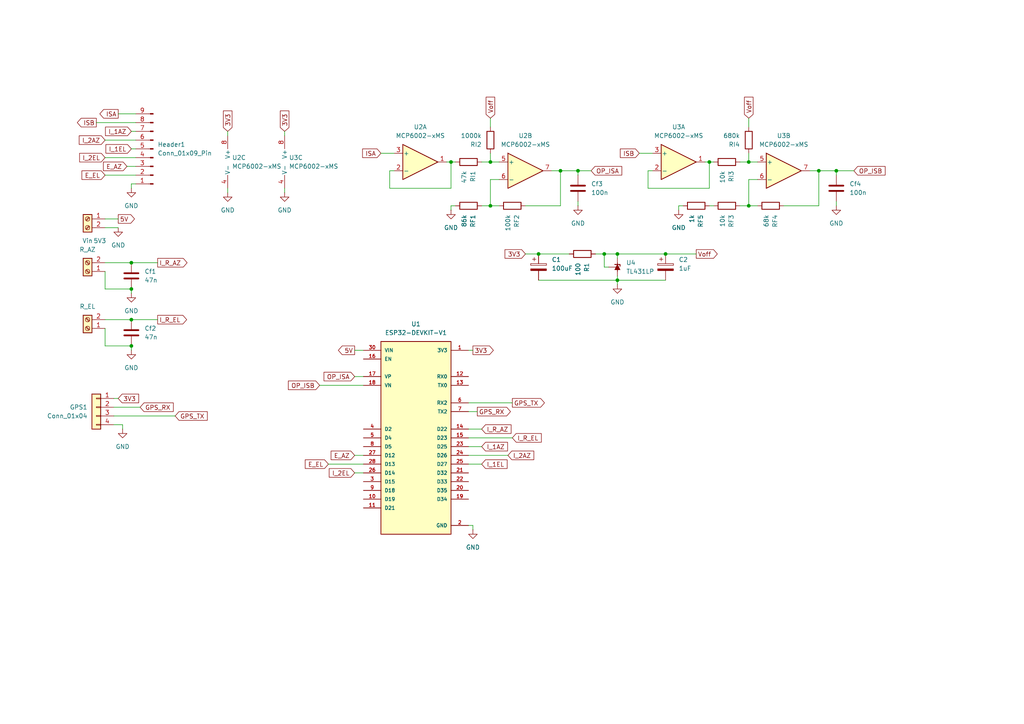
<source format=kicad_sch>
(kicad_sch (version 20250114) (generator "eeschema") (generator_version "9.0")
  (paper "A4")
  (lib_symbols
    (symbol "Amplifier_Operational:MCP6002-xMS" (pin_names (offset 0.127))
      (property "Reference" "U" (at 0 5.08 0))
      (property "Value" "MCP6002-xMS" (at 0 -5.08 0))
      (symbol "MCP6002-xMS_1_1"
        (polyline (pts (xy -5.08 5.08) (xy 5.08 0) (xy -5.08 -5.08) (xy -5.08 5.08)) (stroke (width 0.254)) (fill (type background)))
        (pin input line (at -7.62 2.54 0) (length 2.54) (name "+") (number "3"))
        (pin input line (at -7.62 -2.54 0) (length 2.54) (name "-") (number "2"))
        (pin output line (at 7.62 0 180) (length 2.54) (name "~") (number "1"))
      )
      (symbol "MCP6002-xMS_2_1"
        (polyline (pts (xy -5.08 5.08) (xy 5.08 0) (xy -5.08 -5.08) (xy -5.08 5.08)) (stroke (width 0.254)) (fill (type background)))
        (pin input line (at -7.62 2.54 0) (length 2.54) (name "+") (number "5"))
        (pin input line (at -7.62 -2.54 0) (length 2.54) (name "-") (number "6"))
        (pin output line (at 7.62 0 180) (length 2.54) (name "~") (number "7"))
      )
      (symbol "MCP6002-xMS_3_1"
        (pin power_in line (at -2.54 7.62 270) (length 3.81) (name "V+") (number "8"))
        (pin power_in line (at -2.54 -7.62 90) (length 3.81) (name "V-") (number "4"))
      )
    )
    (symbol "Connector:Conn_01x09_Pin" (pin_names (offset 1.016) (hide yes))
      (property "Reference" "J" (at 0 12.7 0))
      (property "Value" "Conn_01x09_Pin" (at 0 -12.7 0))
      (symbol "Conn_01x09_Pin_1_1"
        (rectangle (start 0.8636 10.287) (end 0 10.033) (stroke (width 0.1524)) (fill (type outline)))
        (rectangle (start 0.8636 7.747) (end 0 7.493) (stroke (width 0.1524)) (fill (type outline)))
        (rectangle (start 0.8636 5.207) (end 0 4.953) (stroke (width 0.1524)) (fill (type outline)))
        (rectangle (start 0.8636 2.667) (end 0 2.413) (stroke (width 0.1524)) (fill (type outline)))
        (rectangle (start 0.8636 0.127) (end 0 -0.127) (stroke (width 0.1524)) (fill (type outline)))
        (rectangle (start 0.8636 -2.413) (end 0 -2.667) (stroke (width 0.1524)) (fill (type outline)))
        (rectangle (start 0.8636 -4.953) (end 0 -5.207) (stroke (width 0.1524)) (fill (type outline)))
        (rectangle (start 0.8636 -7.493) (end 0 -7.747) (stroke (width 0.1524)) (fill (type outline)))
        (rectangle (start 0.8636 -10.033) (end 0 -10.287) (stroke (width 0.1524)) (fill (type outline)))
        (polyline (pts (xy 1.27 10.16) (xy 0.8636 10.16)) (stroke (width 0.1524)))
        (polyline (pts (xy 1.27 7.62) (xy 0.8636 7.62)) (stroke (width 0.1524)))
        (polyline (pts (xy 1.27 5.08) (xy 0.8636 5.08)) (stroke (width 0.1524)))
        (polyline (pts (xy 1.27 2.54) (xy 0.8636 2.54)) (stroke (width 0.1524)))
        (polyline (pts (xy 1.27 0) (xy 0.8636 0)) (stroke (width 0.1524)))
        (polyline (pts (xy 1.27 -2.54) (xy 0.8636 -2.54)) (stroke (width 0.1524)))
        (polyline (pts (xy 1.27 -5.08) (xy 0.8636 -5.08)) (stroke (width 0.1524)))
        (polyline (pts (xy 1.27 -7.62) (xy 0.8636 -7.62)) (stroke (width 0.1524)))
        (polyline (pts (xy 1.27 -10.16) (xy 0.8636 -10.16)) (stroke (width 0.1524)))
        (pin passive line (at 5.08 10.16 180) (length 3.81) (name "Pin_1") (number "1"))
        (pin passive line (at 5.08 7.62 180) (length 3.81) (name "Pin_2") (number "2"))
        (pin passive line (at 5.08 5.08 180) (length 3.81) (name "Pin_3") (number "3"))
        (pin passive line (at 5.08 2.54 180) (length 3.81) (name "Pin_4") (number "4"))
        (pin passive line (at 5.08 0 180) (length 3.81) (name "Pin_5") (number "5"))
        (pin passive line (at 5.08 -2.54 180) (length 3.81) (name "Pin_6") (number "6"))
        (pin passive line (at 5.08 -5.08 180) (length 3.81) (name "Pin_7") (number "7"))
        (pin passive line (at 5.08 -7.62 180) (length 3.81) (name "Pin_8") (number "8"))
        (pin passive line (at 5.08 -10.16 180) (length 3.81) (name "Pin_9") (number "9"))
      )
    )
    (symbol "Connector:Screw_Terminal_01x02" (pin_names (offset 1.016) (hide yes))
      (property "Reference" "J" (at 0 2.54 0))
      (property "Value" "Screw_Terminal_01x02" (at 0 -5.08 0))
      (symbol "Screw_Terminal_01x02_1_1"
        (rectangle (start -1.27 1.27) (end 1.27 -3.81) (stroke (width 0.254)) (fill (type background)))
        (polyline (pts (xy -0.5334 0.3302) (xy 0.3302 -0.508)) (stroke (width 0.1524)))
        (polyline (pts (xy -0.5334 -2.2098) (xy 0.3302 -3.048)) (stroke (width 0.1524)))
        (polyline (pts (xy -0.3556 0.508) (xy 0.508 -0.3302)) (stroke (width 0.1524)))
        (polyline (pts (xy -0.3556 -2.032) (xy 0.508 -2.8702)) (stroke (width 0.1524)))
        (circle (center 0 0) (radius 0.635) (stroke (width 0.1524)))
        (circle (center 0 -2.54) (radius 0.635) (stroke (width 0.1524)))
        (pin passive line (at -5.08 0 0) (length 3.81) (name "Pin_1") (number "1"))
        (pin passive line (at -5.08 -2.54 0) (length 3.81) (name "Pin_2") (number "2"))
      )
    )
    (symbol "Connector_Generic:Conn_01x04" (pin_names (offset 1.016) (hide yes))
      (property "Reference" "J" (at 0 5.08 0))
      (property "Value" "Conn_01x04" (at 0 -7.62 0))
      (symbol "Conn_01x04_1_1"
        (rectangle (start -1.27 3.81) (end 1.27 -6.35) (stroke (width 0.254)) (fill (type background)))
        (rectangle (start -1.27 2.667) (end 0 2.413) (stroke (width 0.1524)))
        (rectangle (start -1.27 0.127) (end 0 -0.127) (stroke (width 0.1524)))
        (rectangle (start -1.27 -2.413) (end 0 -2.667) (stroke (width 0.1524)))
        (rectangle (start -1.27 -4.953) (end 0 -5.207) (stroke (width 0.1524)))
        (pin passive line (at -5.08 2.54 0) (length 3.81) (name "Pin_1") (number "1"))
        (pin passive line (at -5.08 0 0) (length 3.81) (name "Pin_2") (number "2"))
        (pin passive line (at -5.08 -2.54 0) (length 3.81) (name "Pin_3") (number "3"))
        (pin passive line (at -5.08 -5.08 0) (length 3.81) (name "Pin_4") (number "4"))
      )
    )
    (symbol "Device:C" (pin_numbers (hide yes)) (pin_names (offset 0.254))
      (property "Reference" "C" (at 0.635 2.54 0))
      (property "Value" "C" (at 0.635 -2.54 0))
      (symbol "C_0_1"
        (polyline (pts (xy -2.032 0.762) (xy 2.032 0.762)) (stroke (width 0.508)))
        (polyline (pts (xy -2.032 -0.762) (xy 2.032 -0.762)) (stroke (width 0.508)))
      )
      (symbol "C_1_1"
        (pin passive line (at 0 3.81 270) (length 2.794) (name "~") (number "1"))
        (pin passive line (at 0 -3.81 90) (length 2.794) (name "~") (number "2"))
      )
    )
    (symbol "Device:C_Polarized" (pin_numbers (hide yes)) (pin_names (offset 0.254))
      (property "Reference" "C" (at 0.635 2.54 0))
      (property "Value" "C_Polarized" (at 0.635 -2.54 0))
      (symbol "C_Polarized_0_1"
        (rectangle (start -2.286 0.508) (end 2.286 1.016))
        (polyline (pts (xy -1.778 2.286) (xy -0.762 2.286)))
        (polyline (pts (xy -1.27 2.794) (xy -1.27 1.778)))
        (rectangle (start 2.286 -0.508) (end -2.286 -1.016) (fill (type outline)))
      )
      (symbol "C_Polarized_1_1"
        (pin passive line (at 0 3.81 270) (length 2.794) (name "~") (number "1"))
        (pin passive line (at 0 -3.81 90) (length 2.794) (name "~") (number "2"))
      )
    )
    (symbol "Device:R" (pin_numbers (hide yes)) (pin_names (offset 0))
      (property "Reference" "R" (at 2.032 0 90))
      (property "Value" "R" (at 0 0 90))
      (symbol "R_0_1"
        (rectangle (start -1.016 -2.54) (end 1.016 2.54) (stroke (width 0.254)))
      )
      (symbol "R_1_1"
        (pin passive line (at 0 3.81 270) (length 1.27) (name "~") (number "1"))
        (pin passive line (at 0 -3.81 90) (length 1.27) (name "~") (number "2"))
      )
    )
    (symbol "ESP32-DEVKIT-V1:ESP32-DEVKIT-V1" (pin_names (offset 1.016))
      (property "Reference" "U" (at -10.16 30.48 0))
      (property "Value" "ESP32-DEVKIT-V1" (at -10.16 -30.48 0))
      (symbol "ESP32-DEVKIT-V1_0_0"
        (rectangle (start -10.16 -27.94) (end 10.16 27.94) (stroke (width 0.254)) (fill (type background)))
        (pin input line (at -15.24 25.4 0) (length 5.08) (name "VIN") (number "30"))
        (pin input line (at -15.24 22.86 0) (length 5.08) (name "EN") (number "16"))
        (pin bidirectional line (at -15.24 17.78 0) (length 5.08) (name "VP") (number "17"))
        (pin bidirectional line (at -15.24 15.24 0) (length 5.08) (name "VN") (number "18"))
        (pin bidirectional line (at -15.24 2.54 0) (length 5.08) (name "D2") (number "4"))
        (pin bidirectional line (at -15.24 0 0) (length 5.08) (name "D4") (number "5"))
        (pin bidirectional line (at -15.24 -2.54 0) (length 5.08) (name "D5") (number "8"))
        (pin bidirectional line (at -15.24 -5.08 0) (length 5.08) (name "D12") (number "27"))
        (pin bidirectional line (at -15.24 -7.62 0) (length 5.08) (name "D13") (number "28"))
        (pin bidirectional line (at -15.24 -10.16 0) (length 5.08) (name "D14") (number "26"))
        (pin bidirectional line (at -15.24 -12.7 0) (length 5.08) (name "D15") (number "3"))
        (pin bidirectional line (at -15.24 -15.24 0) (length 5.08) (name "D18") (number "9"))
        (pin bidirectional line (at -15.24 -17.78 0) (length 5.08) (name "D19") (number "10"))
        (pin bidirectional line (at -15.24 -20.32 0) (length 5.08) (name "D21") (number "11"))
        (pin output line (at 15.24 25.4 180) (length 5.08) (name "3V3") (number "1"))
        (pin input line (at 15.24 17.78 180) (length 5.08) (name "RX0") (number "12"))
        (pin output line (at 15.24 15.24 180) (length 5.08) (name "TX0") (number "13"))
        (pin input line (at 15.24 10.16 180) (length 5.08) (name "RX2") (number "6"))
        (pin output line (at 15.24 7.62 180) (length 5.08) (name "TX2") (number "7"))
        (pin bidirectional line (at 15.24 2.54 180) (length 5.08) (name "D22") (number "14"))
        (pin bidirectional line (at 15.24 0 180) (length 5.08) (name "D23") (number "15"))
        (pin bidirectional line (at 15.24 -2.54 180) (length 5.08) (name "D25") (number "23"))
        (pin bidirectional line (at 15.24 -5.08 180) (length 5.08) (name "D26") (number "24"))
        (pin bidirectional line (at 15.24 -7.62 180) (length 5.08) (name "D27") (number "25"))
        (pin bidirectional line (at 15.24 -10.16 180) (length 5.08) (name "D32") (number "21"))
        (pin bidirectional line (at 15.24 -12.7 180) (length 5.08) (name "D33") (number "22"))
        (pin bidirectional line (at 15.24 -15.24 180) (length 5.08) (name "D35") (number "20"))
        (pin bidirectional line (at 15.24 -17.78 180) (length 5.08) (name "D34") (number "19"))
        (pin power_in line (at 15.24 -25.4 180) (length 5.08) (name "GND") (number "2"))
        (pin power_in line (at 15.24 -25.4 180) (length 5.08) (hide yes) (name "GND") (number "29"))
      )
    )
    (symbol "Reference_Voltage:TL431LP" (pin_numbers (hide yes)) (pin_names (hide yes))
      (property "Reference" "U" (at -2.54 2.54 0))
      (property "Value" "TL431LP" (at 0 -2.54 0))
      (symbol "TL431LP_0_1"
        (polyline (pts (xy -1.27 0) (xy 0 0) (xy 1.27 0)))
        (polyline (pts (xy -0.762 -0.762) (xy -0.762 0.762) (xy 0.762 0) (xy -0.762 -0.762)) (fill (type outline)))
        (polyline (pts (xy 0.254 -0.762) (xy 0.762 -0.762) (xy 0.762 0.762) (xy 0.762 0.762)) (stroke (width 0.254)))
      )
      (symbol "TL431LP_1_1"
        (pin passive line (at -2.54 0 0) (length 2.54) (name "A") (number "2"))
        (pin passive line (at 0 2.54 270) (length 2.54) (name "REF") (number "1"))
        (pin passive line (at 2.54 0 180) (length 2.54) (name "K") (number "3"))
      )
    )
    (symbol "power:GND" (power) (pin_numbers (hide yes)) (pin_names (offset 0) (hide yes))
      (property "Value" "GND" (at 0 -3.81 0))
      (symbol "GND_0_1"
        (polyline (pts (xy 0 0) (xy 0 -1.27) (xy 1.27 -1.27) (xy 0 -2.54) (xy -1.27 -1.27) (xy 0 -1.27)))
      )
      (symbol "GND_1_1"
        (pin power_in line (at 0 0 270) (length 0) (name "~") (number "1"))
      )
    )
  )
  (junction (at 156.21 73.66))
  (junction (at 38.1 83.82))
  (junction (at 38.1 92.71))
  (junction (at 142.24 46.99))
  (junction (at 130.81 46.99))
  (junction (at 179.07 73.66))
  (junction (at 217.17 46.99))
  (junction (at 167.64 49.53))
  (junction (at 217.17 59.69))
  (junction (at 205.74 46.99))
  (junction (at 142.24 59.69))
  (junction (at 38.1 76.2))
  (junction (at 193.04 73.66))
  (junction (at 38.1 100.33))
  (junction (at 242.57 49.53))
  (junction (at 175.26 73.66))
  (junction (at 179.07 81.28))
  (junction (at 162.56 49.53))
  (junction (at 237.49 49.53))
  (wire (pts (xy 175.26 77.47) (xy 175.26 73.66)))
  (wire (pts (xy 214.63 59.69) (xy 217.17 59.69)))
  (wire (pts (xy 156.21 81.28) (xy 179.07 81.28)))
  (wire (pts (xy 162.56 59.69) (xy 162.56 49.53)))
  (wire (pts (xy 179.07 81.28) (xy 179.07 82.55)))
  (wire (pts (xy 38.1 53.34) (xy 39.37 53.34)))
  (wire (pts (xy 30.48 95.25) (xy 30.48 100.33)))
  (wire (pts (xy 217.17 59.69) (xy 219.71 59.69)))
  (wire (pts (xy 142.24 34.29) (xy 142.24 36.83)))
  (wire (pts (xy 189.23 49.53) (xy 187.96 49.53)))
  (wire (pts (xy 196.85 59.69) (xy 198.12 59.69)))
  (wire (pts (xy 179.07 73.66) (xy 193.04 73.66)))
  (wire (pts (xy 30.48 63.5) (xy 34.29 63.5)))
  (wire (pts (xy 172.72 73.66) (xy 175.26 73.66)))
  (wire (pts (xy 205.74 59.69) (xy 207.01 59.69)))
  (wire (pts (xy 162.56 49.53) (xy 167.64 49.53)))
  (wire (pts (xy 167.64 58.42) (xy 167.64 59.69)))
  (wire (pts (xy 142.24 44.45) (xy 142.24 46.99)))
  (wire (pts (xy 38.1 83.82) (xy 38.1 85.09)))
  (wire (pts (xy 227.33 59.69) (xy 237.49 59.69)))
  (wire (pts (xy 179.07 80.01) (xy 179.07 81.28)))
  (wire (pts (xy 102.87 137.16) (xy 105.41 137.16)))
  (wire (pts (xy 135.89 127) (xy 148.59 127)))
  (wire (pts (xy 102.87 132.08) (xy 105.41 132.08)))
  (wire (pts (xy 34.29 33.02) (xy 39.37 33.02)))
  (wire (pts (xy 33.02 120.65) (xy 50.8 120.65)))
  (wire (pts (xy 95.25 134.62) (xy 105.41 134.62)))
  (wire (pts (xy 30.48 45.72) (xy 39.37 45.72)))
  (wire (pts (xy 237.49 49.53) (xy 242.57 49.53)))
  (wire (pts (xy 38.1 92.71) (xy 45.72 92.71)))
  (wire (pts (xy 185.42 44.45) (xy 189.23 44.45)))
  (wire (pts (xy 137.16 152.4) (xy 135.89 152.4)))
  (wire (pts (xy 30.48 76.2) (xy 38.1 76.2)))
  (wire (pts (xy 114.3 49.53) (xy 113.03 49.53)))
  (wire (pts (xy 193.04 81.28) (xy 179.07 81.28)))
  (wire (pts (xy 152.4 73.66) (xy 156.21 73.66)))
  (wire (pts (xy 38.1 100.33) (xy 38.1 101.6)))
  (wire (pts (xy 102.87 101.6) (xy 105.41 101.6)))
  (wire (pts (xy 92.71 111.76) (xy 105.41 111.76)))
  (wire (pts (xy 217.17 46.99) (xy 219.71 46.99)))
  (wire (pts (xy 30.48 66.04) (xy 34.29 66.04)))
  (wire (pts (xy 137.16 153.67) (xy 137.16 152.4)))
  (wire (pts (xy 142.24 46.99) (xy 144.78 46.99)))
  (wire (pts (xy 30.48 50.8) (xy 39.37 50.8)))
  (wire (pts (xy 179.07 73.66) (xy 179.07 74.93)))
  (wire (pts (xy 187.96 54.61) (xy 205.74 54.61)))
  (wire (pts (xy 135.89 129.54) (xy 139.7 129.54)))
  (wire (pts (xy 30.48 100.33) (xy 38.1 100.33)))
  (wire (pts (xy 30.48 78.74) (xy 30.48 83.82)))
  (wire (pts (xy 82.55 54.61) (xy 82.55 55.88)))
  (wire (pts (xy 66.04 54.61) (xy 66.04 55.88)))
  (wire (pts (xy 217.17 44.45) (xy 217.17 46.99)))
  (wire (pts (xy 38.1 76.2) (xy 45.72 76.2)))
  (wire (pts (xy 217.17 34.29) (xy 217.17 36.83)))
  (wire (pts (xy 130.81 46.99) (xy 129.54 46.99)))
  (wire (pts (xy 27.94 35.56) (xy 39.37 35.56)))
  (wire (pts (xy 130.81 54.61) (xy 130.81 46.99)))
  (wire (pts (xy 135.89 119.38) (xy 138.43 119.38)))
  (wire (pts (xy 176.53 77.47) (xy 175.26 77.47)))
  (wire (pts (xy 237.49 49.53) (xy 234.95 49.53)))
  (wire (pts (xy 205.74 46.99) (xy 207.01 46.99)))
  (wire (pts (xy 38.1 38.1) (xy 39.37 38.1)))
  (wire (pts (xy 135.89 116.84) (xy 148.59 116.84)))
  (wire (pts (xy 193.04 73.66) (xy 201.93 73.66)))
  (wire (pts (xy 242.57 49.53) (xy 242.57 50.8)))
  (wire (pts (xy 130.81 60.96) (xy 130.81 59.69)))
  (wire (pts (xy 160.02 49.53) (xy 162.56 49.53)))
  (wire (pts (xy 130.81 59.69) (xy 132.08 59.69)))
  (wire (pts (xy 139.7 59.69) (xy 142.24 59.69)))
  (wire (pts (xy 152.4 59.69) (xy 162.56 59.69)))
  (wire (pts (xy 113.03 49.53) (xy 113.03 54.61)))
  (wire (pts (xy 135.89 101.6) (xy 137.16 101.6)))
  (wire (pts (xy 214.63 46.99) (xy 217.17 46.99)))
  (wire (pts (xy 113.03 54.61) (xy 130.81 54.61)))
  (wire (pts (xy 38.1 53.34) (xy 38.1 54.61)))
  (wire (pts (xy 35.56 124.46) (xy 35.56 123.19)))
  (wire (pts (xy 242.57 58.42) (xy 242.57 59.69)))
  (wire (pts (xy 237.49 59.69) (xy 237.49 49.53)))
  (wire (pts (xy 30.48 92.71) (xy 38.1 92.71)))
  (wire (pts (xy 242.57 49.53) (xy 247.65 49.53)))
  (wire (pts (xy 135.89 134.62) (xy 139.7 134.62)))
  (wire (pts (xy 35.56 123.19) (xy 33.02 123.19)))
  (wire (pts (xy 130.81 46.99) (xy 132.08 46.99)))
  (wire (pts (xy 33.02 115.57) (xy 34.29 115.57)))
  (wire (pts (xy 142.24 59.69) (xy 144.78 59.69)))
  (wire (pts (xy 102.87 109.22) (xy 105.41 109.22)))
  (wire (pts (xy 82.55 38.1) (xy 82.55 39.37)))
  (wire (pts (xy 205.74 54.61) (xy 205.74 46.99)))
  (wire (pts (xy 30.48 83.82) (xy 38.1 83.82)))
  (wire (pts (xy 139.7 46.99) (xy 142.24 46.99)))
  (wire (pts (xy 196.85 60.96) (xy 196.85 59.69)))
  (wire (pts (xy 36.83 48.26) (xy 39.37 48.26)))
  (wire (pts (xy 38.1 43.18) (xy 39.37 43.18)))
  (wire (pts (xy 219.71 52.07) (xy 217.17 52.07)))
  (wire (pts (xy 175.26 73.66) (xy 179.07 73.66)))
  (wire (pts (xy 217.17 52.07) (xy 217.17 59.69)))
  (wire (pts (xy 135.89 132.08) (xy 147.32 132.08)))
  (wire (pts (xy 110.49 44.45) (xy 114.3 44.45)))
  (wire (pts (xy 33.02 118.11) (xy 40.64 118.11)))
  (wire (pts (xy 167.64 49.53) (xy 171.45 49.53)))
  (wire (pts (xy 142.24 52.07) (xy 142.24 59.69)))
  (wire (pts (xy 135.89 124.46) (xy 139.7 124.46)))
  (wire (pts (xy 66.04 38.1) (xy 66.04 39.37)))
  (wire (pts (xy 167.64 49.53) (xy 167.64 50.8)))
  (wire (pts (xy 205.74 46.99) (xy 204.47 46.99)))
  (wire (pts (xy 187.96 49.53) (xy 187.96 54.61)))
  (wire (pts (xy 156.21 73.66) (xy 165.1 73.66)))
  (wire (pts (xy 144.78 52.07) (xy 142.24 52.07)))
  (wire (pts (xy 30.48 40.64) (xy 39.37 40.64)))
  (global_label "3V3" (shape input) (at 34.29 115.57 0) (property "Intersheetrefs" "${INTERSHEET_REFS}" (effects (hide yes))))
  (global_label "I_R_AZ" (shape output) (at 45.72 76.2 0) (property "Intersheetrefs" "${INTERSHEET_REFS}" (effects (hide yes))))
  (global_label "ISA" (shape input) (at 110.49 44.45 180) (property "Intersheetrefs" "${INTERSHEET_REFS}" (effects (hide yes))))
  (global_label "GPS_RX" (shape input) (at 40.64 118.11 0) (property "Intersheetrefs" "${INTERSHEET_REFS}" (effects (hide yes))))
  (global_label "OP_ISB" (shape input) (at 92.71 111.76 180) (property "Intersheetrefs" "${INTERSHEET_REFS}" (effects (hide yes))))
  (global_label "I_1EL" (shape input) (at 38.1 43.18 180) (property "Intersheetrefs" "${INTERSHEET_REFS}" (effects (hide yes))))
  (global_label "I_2AZ" (shape input) (at 147.32 132.08 0) (property "Intersheetrefs" "${INTERSHEET_REFS}" (effects (hide yes))))
  (global_label "I_R_EL" (shape output) (at 45.72 92.71 0) (property "Intersheetrefs" "${INTERSHEET_REFS}" (effects (hide yes))))
  (global_label "5V" (shape output) (at 102.87 101.6 180) (property "Intersheetrefs" "${INTERSHEET_REFS}" (effects (hide yes))))
  (global_label "I_1AZ" (shape input) (at 139.7 129.54 0) (property "Intersheetrefs" "${INTERSHEET_REFS}" (effects (hide yes))))
  (global_label "ISB" (shape output) (at 27.94 35.56 180) (property "Intersheetrefs" "${INTERSHEET_REFS}" (effects (hide yes))))
  (global_label "GPS_TX" (shape input) (at 50.8 120.65 0) (property "Intersheetrefs" "${INTERSHEET_REFS}" (effects (hide yes))))
  (global_label "I_2EL" (shape input) (at 102.87 137.16 180) (property "Intersheetrefs" "${INTERSHEET_REFS}" (effects (hide yes))))
  (global_label "3V3" (shape input) (at 152.4 73.66 180) (property "Intersheetrefs" "${INTERSHEET_REFS}" (effects (hide yes))))
  (global_label "I_1EL" (shape input) (at 139.7 134.62 0) (property "Intersheetrefs" "${INTERSHEET_REFS}" (effects (hide yes))))
  (global_label "GPS_RX" (shape output) (at 138.43 119.38 0) (property "Intersheetrefs" "${INTERSHEET_REFS}" (effects (hide yes))))
  (global_label "OP_ISA" (shape input) (at 171.45 49.53 0) (property "Intersheetrefs" "${INTERSHEET_REFS}" (effects (hide yes))))
  (global_label "E_AZ" (shape input) (at 36.83 48.26 180) (property "Intersheetrefs" "${INTERSHEET_REFS}" (effects (hide yes))))
  (global_label "Voff" (shape input) (at 217.17 34.29 90) (property "Intersheetrefs" "${INTERSHEET_REFS}" (effects (hide yes))))
  (global_label "3V3" (shape input) (at 66.04 38.1 90) (property "Intersheetrefs" "${INTERSHEET_REFS}" (effects (hide yes))))
  (global_label "OP_ISB" (shape input) (at 247.65 49.53 0) (property "Intersheetrefs" "${INTERSHEET_REFS}" (effects (hide yes))))
  (global_label "I_R_AZ" (shape input) (at 139.7 124.46 0) (property "Intersheetrefs" "${INTERSHEET_REFS}" (effects (hide yes))))
  (global_label "Voff" (shape input) (at 142.24 34.29 90) (property "Intersheetrefs" "${INTERSHEET_REFS}" (effects (hide yes))))
  (global_label "I_2AZ" (shape input) (at 30.48 40.64 180) (property "Intersheetrefs" "${INTERSHEET_REFS}" (effects (hide yes))))
  (global_label "OP_ISA" (shape input) (at 102.87 109.22 180) (property "Intersheetrefs" "${INTERSHEET_REFS}" (effects (hide yes))))
  (global_label "E_AZ" (shape input) (at 102.87 132.08 180) (property "Intersheetrefs" "${INTERSHEET_REFS}" (effects (hide yes))))
  (global_label "GPS_TX" (shape output) (at 148.59 116.84 0) (property "Intersheetrefs" "${INTERSHEET_REFS}" (effects (hide yes))))
  (global_label "E_EL" (shape input) (at 95.25 134.62 180) (property "Intersheetrefs" "${INTERSHEET_REFS}" (effects (hide yes))))
  (global_label "I_1AZ" (shape input) (at 38.1 38.1 180) (property "Intersheetrefs" "${INTERSHEET_REFS}" (effects (hide yes))))
  (global_label "ISB" (shape input) (at 185.42 44.45 180) (property "Intersheetrefs" "${INTERSHEET_REFS}" (effects (hide yes))))
  (global_label "5V" (shape output) (at 34.29 63.5 0) (property "Intersheetrefs" "${INTERSHEET_REFS}" (effects (hide yes))))
  (global_label "I_R_EL" (shape input) (at 148.59 127 0) (property "Intersheetrefs" "${INTERSHEET_REFS}" (effects (hide yes))))
  (global_label "3V3" (shape output) (at 137.16 101.6 0) (property "Intersheetrefs" "${INTERSHEET_REFS}" (effects (hide yes))))
  (global_label "ISA" (shape output) (at 34.29 33.02 180) (property "Intersheetrefs" "${INTERSHEET_REFS}" (effects (hide yes))))
  (global_label "3V3" (shape input) (at 82.55 38.1 90) (property "Intersheetrefs" "${INTERSHEET_REFS}" (effects (hide yes))))
  (global_label "Voff" (shape output) (at 201.93 73.66 0) (property "Intersheetrefs" "${INTERSHEET_REFS}" (effects (hide yes))))
  (global_label "E_EL" (shape input) (at 30.48 50.8 180) (property "Intersheetrefs" "${INTERSHEET_REFS}" (effects (hide yes))))
  (global_label "I_2EL" (shape input) (at 30.48 45.72 180) (property "Intersheetrefs" "${INTERSHEET_REFS}" (effects (hide yes))))
  (symbol (lib_id "power:GND") (at 35.56 124.46 0) (unit 1)
    (property "Reference" "#PWR011" (effects (hide yes)))
    (property "Value" "GND" (at 35.56 129.54 0))
    (property "Description" "Power symbol creates a global label with name \"GND\" , ground" (effects (hide yes)))
  )
  (symbol (lib_id "power:GND") (at 66.04 55.88 0) (unit 1)
    (property "Reference" "#PWR02" (effects (hide yes)))
    (property "Value" "GND" (at 66.04 60.96 0))
    (property "Description" "Power symbol creates a global label with name \"GND\" , ground" (effects (hide yes)))
  )
  (symbol (lib_id "Device:C") (at 167.64 54.61 0) (unit 1)
    (property "Reference" "Cf3" (at 171.45 53.3399 0) (effects (justify left)))
    (property "Value" "100n" (at 171.45 55.8799 0) (effects (justify left)))
    (property "Footprint" "Capacitor_THT:C_Disc_D5.0mm_W2.5mm_P5.00mm" (effects (hide yes)))
    (property "Description" "Unpolarized capacitor" (effects (hide yes)))
  )
  (symbol (lib_id "Device:C") (at 38.1 96.52 0) (unit 1)
    (property "Reference" "Cf2" (at 41.91 95.2499 0) (effects (justify left)))
    (property "Value" "47n" (at 41.91 97.7899 0) (effects (justify left)))
    (property "Footprint" "Capacitor_THT:C_Disc_D5.0mm_W2.5mm_P5.00mm" (effects (hide yes)))
    (property "Description" "Unpolarized capacitor" (effects (hide yes)))
  )
  (symbol (lib_id "power:GND") (at 38.1 54.61 0) (unit 1)
    (property "Reference" "#PWR05" (effects (hide yes)))
    (property "Value" "GND" (at 38.1 59.69 0))
    (property "Description" "Power symbol creates a global label with name \"GND\" , ground" (effects (hide yes)))
  )
  (symbol (lib_id "power:GND") (at 34.29 66.04 0) (unit 1)
    (property "Reference" "#PWR01" (effects (hide yes)))
    (property "Value" "GND" (at 34.29 71.12 0))
    (property "Description" "Power symbol creates a global label with name \"GND\" , ground" (effects (hide yes)))
  )
  (symbol (lib_id "power:GND") (at 179.07 82.55 0) (unit 1)
    (property "Reference" "#PWR010" (effects (hide yes)))
    (property "Value" "GND" (at 179.07 87.63 0))
    (property "Description" "Power symbol creates a global label with name \"GND\" , ground" (effects (hide yes)))
  )
  (symbol (lib_id "Device:R") (at 223.52 59.69 270) (unit 1)
    (property "Reference" "RF4" (at 224.7901 62.23 0) (effects (justify left)))
    (property "Value" "68k" (at 222.2501 62.23 0) (effects (justify left)))
    (property "Footprint" "Resistor_THT:R_Axial_DIN0207_L6.3mm_D2.5mm_P7.62mm_Horizontal" (effects (hide yes)))
    (property "Description" "Resistor" (effects (hide yes)))
  )
  (symbol (lib_id "ESP32-DEVKIT-V1:ESP32-DEVKIT-V1") (at 120.65 127 0) (unit 1)
    (property "Reference" "U1" (at 120.65 93.98 0))
    (property "Value" "ESP32-DEVKIT-V1" (at 120.65 96.52 0))
    (property "Footprint" "ESP32-DEVKIT-V1:MODULE_ESP32_DEVKIT_V1" (effects (hide yes)))
    (property "MF" "Do it" (effects (hide yes)))
    (property "MAXIMUM_PACKAGE_HEIGHT" "6.8 mm" (effects (hide yes)))
    (property "Package" "None" (effects (hide yes)))
    (property "Price" "None" (effects (hide yes)))
    (property "Check_prices" "https://www.snapeda.com/parts/ESP32-DEVKIT-V1/Do+it/view-part/?ref=eda" (effects (hide yes)))
    (property "STANDARD" "Manufacturer Recommendations" (effects (hide yes)))
    (property "PARTREV" "N/A" (effects (hide yes)))
    (property "SnapEDA_Link" "https://www.snapeda.com/parts/ESP32-DEVKIT-V1/Do+it/view-part/?ref=snap" (effects (hide yes)))
    (property "MP" "ESP32-DEVKIT-V1" (effects (hide yes)))
    (property "Description_1" "Dual core, Wi-Fi: 2.4 GHz up to 150 Mbits/s,BLE (Bluetooth Low Energy) and legacy Bluetooth, 32 bits, Up to 240 MHz" (effects (hide yes)))
    (property "Availability" "Not in stock" (effects (hide yes)))
    (property "MANUFACTURER" "DOIT" (effects (hide yes)))
  )
  (symbol (lib_id "power:GND") (at 196.85 60.96 0) (unit 1)
    (property "Reference" "#PWR09" (effects (hide yes)))
    (property "Value" "GND" (at 196.85 66.04 0))
    (property "Description" "Power symbol creates a global label with name \"GND\" , ground" (effects (hide yes)))
  )
  (symbol (lib_id "Amplifier_Operational:MCP6002-xMS") (at 121.92 46.99 0) (unit 1)
    (property "Reference" "U2" (at 121.92 36.83 0))
    (property "Value" "MCP6002-xMS" (at 121.92 39.37 0))
    (property "Footprint" "Package_DIP:DIP-8_W7.62mm_LongPads" (effects (hide yes)))
    (property "Datasheet" "http://ww1.microchip.com/downloads/en/DeviceDoc/21733j.pdf" (effects (hide yes)))
    (property "Description" "1MHz, Low-Power Op Amp, MSOP-8" (effects (hide yes)))
  )
  (symbol (lib_id "power:GND") (at 242.57 59.69 0) (unit 1)
    (property "Reference" "#PWR013" (effects (hide yes)))
    (property "Value" "GND" (at 242.57 64.77 0))
    (property "Description" "Power symbol creates a global label with name \"GND\" , ground" (effects (hide yes)))
  )
  (symbol (lib_id "power:GND") (at 82.55 55.88 0) (unit 1)
    (property "Reference" "#PWR03" (effects (hide yes)))
    (property "Value" "GND" (at 82.55 60.96 0))
    (property "Description" "Power symbol creates a global label with name \"GND\" , ground" (effects (hide yes)))
  )
  (symbol (lib_id "Amplifier_Operational:MCP6002-xMS") (at 227.33 49.53 0) (unit 2)
    (property "Reference" "U3" (at 227.33 39.37 0))
    (property "Value" "MCP6002-xMS" (at 227.33 41.91 0))
    (property "Footprint" "Package_DIP:DIP-8_W7.62mm_LongPads" (effects (hide yes)))
    (property "Datasheet" "http://ww1.microchip.com/downloads/en/DeviceDoc/21733j.pdf" (effects (hide yes)))
    (property "Description" "1MHz, Low-Power Op Amp, MSOP-8" (effects (hide yes)))
  )
  (symbol (lib_id "Device:R") (at 135.89 46.99 270) (unit 1)
    (property "Reference" "RI1" (at 137.1601 49.53 0) (effects (justify left)))
    (property "Value" "47k" (at 134.6201 49.53 0) (effects (justify left)))
    (property "Footprint" "Resistor_THT:R_Axial_DIN0207_L6.3mm_D2.5mm_P7.62mm_Horizontal" (effects (hide yes)))
    (property "Description" "Resistor" (effects (hide yes)))
  )
  (symbol (lib_id "Device:C_Polarized") (at 193.04 77.47 0) (unit 1)
    (property "Reference" "C2" (at 196.85 75.3109 0) (effects (justify left)))
    (property "Value" "1uF" (at 196.85 77.8509 0) (effects (justify left)))
    (property "Footprint" "Capacitor_THT:CP_Radial_D6.3mm_P2.50mm" (effects (hide yes)))
    (property "Description" "Polarized capacitor" (effects (hide yes)))
  )
  (symbol (lib_id "Device:C_Polarized") (at 156.21 77.47 0) (unit 1)
    (property "Reference" "C1" (at 160.02 75.3109 0) (effects (justify left)))
    (property "Value" "100uF" (at 160.02 77.8509 0) (effects (justify left)))
    (property "Footprint" "Capacitor_THT:CP_Radial_D6.3mm_P2.50mm" (effects (hide yes)))
    (property "Description" "Polarized capacitor" (effects (hide yes)))
  )
  (symbol (lib_id "Device:R") (at 135.89 59.69 270) (unit 1)
    (property "Reference" "RF1" (at 137.1601 62.23 0) (effects (justify left)))
    (property "Value" "86k" (at 134.6201 62.23 0) (effects (justify left)))
    (property "Footprint" "Resistor_THT:R_Axial_DIN0207_L6.3mm_D2.5mm_P7.62mm_Horizontal" (effects (hide yes)))
    (property "Description" "Resistor" (effects (hide yes)))
  )
  (symbol (lib_id "Device:R") (at 142.24 40.64 180) (unit 1)
    (property "Reference" "RI2" (at 139.7 41.9101 0) (effects (justify left)))
    (property "Value" "1000k" (at 139.7 39.3701 0) (effects (justify left)))
    (property "Footprint" "Resistor_THT:R_Axial_DIN0207_L6.3mm_D2.5mm_P7.62mm_Horizontal" (effects (hide yes)))
    (property "Description" "Resistor" (effects (hide yes)))
  )
  (symbol (lib_id "Connector:Screw_Terminal_01x02") (at 25.4 95.25 180) (unit 1)
    (property "Reference" "5V2" (effects (hide yes)))
    (property "Value" "R_EL" (at 25.4 88.9 0))
    (property "Footprint" "TerminalBlock_MetzConnect:TerminalBlock_MetzConnect_Type055_RT01502HDWU_1x02_P5.00mm_Horizontal" (effects (hide yes)))
    (property "Description" "Generic screw terminal, single row, 01x02, script generated (kicad-library-utils/schlib/autogen/connector/)" (effects (hide yes)))
  )
  (symbol (lib_id "Amplifier_Operational:MCP6002-xMS") (at 196.85 46.99 0) (unit 1)
    (property "Reference" "U3" (at 196.85 36.83 0))
    (property "Value" "MCP6002-xMS" (at 196.85 39.37 0))
    (property "Footprint" "Package_DIP:DIP-8_W7.62mm_LongPads" (effects (hide yes)))
    (property "Datasheet" "http://ww1.microchip.com/downloads/en/DeviceDoc/21733j.pdf" (effects (hide yes)))
    (property "Description" "1MHz, Low-Power Op Amp, MSOP-8" (effects (hide yes)))
  )
  (symbol (lib_id "power:GND") (at 38.1 85.09 0) (unit 1)
    (property "Reference" "#PWR07" (effects (hide yes)))
    (property "Value" "GND" (at 38.1 90.17 0))
    (property "Description" "Power symbol creates a global label with name \"GND\" , ground" (effects (hide yes)))
  )
  (symbol (lib_id "Device:R") (at 210.82 46.99 270) (unit 1)
    (property "Reference" "RI3" (at 212.0901 49.53 0) (effects (justify left)))
    (property "Value" "10k" (at 209.5501 49.53 0) (effects (justify left)))
    (property "Footprint" "Resistor_THT:R_Axial_DIN0207_L6.3mm_D2.5mm_P7.62mm_Horizontal" (effects (hide yes)))
    (property "Description" "Resistor" (effects (hide yes)))
  )
  (symbol (lib_id "Connector:Screw_Terminal_01x02") (at 25.4 63.5 0) (mirror y) (unit 1)
    (property "Reference" "5V3" (at 28.956 69.85 0))
    (property "Value" "Vin" (at 25.4 69.85 0))
    (property "Footprint" "TerminalBlock_MetzConnect:TerminalBlock_MetzConnect_Type055_RT01502HDWU_1x02_P5.00mm_Horizontal" (effects (hide yes)))
    (property "Description" "Generic screw terminal, single row, 01x02, script generated (kicad-library-utils/schlib/autogen/connector/)" (effects (hide yes)))
  )
  (symbol (lib_id "power:GND") (at 167.64 59.69 0) (unit 1)
    (property "Reference" "#PWR012" (effects (hide yes)))
    (property "Value" "GND" (at 167.64 64.77 0))
    (property "Description" "Power symbol creates a global label with name \"GND\" , ground" (effects (hide yes)))
  )
  (symbol (lib_id "Device:R") (at 217.17 40.64 180) (unit 1)
    (property "Reference" "RI4" (at 214.63 41.9101 0) (effects (justify left)))
    (property "Value" "680k" (at 214.63 39.3701 0) (effects (justify left)))
    (property "Footprint" "Resistor_THT:R_Axial_DIN0207_L6.3mm_D2.5mm_P7.62mm_Horizontal" (effects (hide yes)))
    (property "Description" "Resistor" (effects (hide yes)))
  )
  (symbol (lib_id "Reference_Voltage:TL431LP") (at 179.07 77.47 90) (unit 1)
    (property "Reference" "U4" (at 181.61 76.1999 90) (effects (justify right)))
    (property "Value" "TL431LP" (at 181.61 78.7399 90) (effects (justify right)))
    (property "Footprint" "Package_TO_SOT_THT:TO-92_Inline_Wide" (effects (hide yes)))
    (property "Datasheet" "http://www.ti.com/lit/ds/symlink/tl431.pdf" (effects (hide yes)))
    (property "Description" "Shunt Regulator, TO-92" (effects (hide yes)))
  )
  (symbol (lib_id "Connector:Screw_Terminal_01x02") (at 25.4 78.74 180) (unit 1)
    (property "Reference" "5V1" (effects (hide yes)))
    (property "Value" "R_AZ" (at 25.4 72.39 0))
    (property "Footprint" "TerminalBlock_MetzConnect:TerminalBlock_MetzConnect_Type055_RT01502HDWU_1x02_P5.00mm_Horizontal" (effects (hide yes)))
    (property "Description" "Generic screw terminal, single row, 01x02, script generated (kicad-library-utils/schlib/autogen/connector/)" (effects (hide yes)))
  )
  (symbol (lib_id "Device:R") (at 148.59 59.69 270) (unit 1)
    (property "Reference" "RF2" (at 149.8601 62.23 0) (effects (justify left)))
    (property "Value" "100k" (at 147.3201 62.23 0) (effects (justify left)))
    (property "Footprint" "Resistor_THT:R_Axial_DIN0207_L6.3mm_D2.5mm_P7.62mm_Horizontal" (effects (hide yes)))
    (property "Description" "Resistor" (effects (hide yes)))
  )
  (symbol (lib_id "Device:R") (at 168.91 73.66 270) (unit 1)
    (property "Reference" "R1" (at 170.1801 76.2 0) (effects (justify left)))
    (property "Value" "100" (at 167.6401 76.2 0) (effects (justify left)))
    (property "Footprint" "Resistor_THT:R_Axial_DIN0207_L6.3mm_D2.5mm_P7.62mm_Horizontal" (effects (hide yes)))
    (property "Description" "Resistor" (effects (hide yes)))
  )
  (symbol (lib_id "power:GND") (at 130.81 60.96 0) (unit 1)
    (property "Reference" "#PWR08" (effects (hide yes)))
    (property "Value" "GND" (at 130.81 66.04 0))
    (property "Description" "Power symbol creates a global label with name \"GND\" , ground" (effects (hide yes)))
  )
  (symbol (lib_id "Device:C") (at 242.57 54.61 0) (unit 1)
    (property "Reference" "Cf4" (at 246.38 53.3399 0) (effects (justify left)))
    (property "Value" "100n" (at 246.38 55.8799 0) (effects (justify left)))
    (property "Footprint" "Capacitor_THT:C_Disc_D5.0mm_W2.5mm_P5.00mm" (effects (hide yes)))
    (property "Description" "Unpolarized capacitor" (effects (hide yes)))
  )
  (symbol (lib_id "power:GND") (at 38.1 101.6 0) (unit 1)
    (property "Reference" "#PWR06" (effects (hide yes)))
    (property "Value" "GND" (at 38.1 106.68 0))
    (property "Description" "Power symbol creates a global label with name \"GND\" , ground" (effects (hide yes)))
  )
  (symbol (lib_id "Amplifier_Operational:MCP6002-xMS") (at 68.58 46.99 0) (unit 3)
    (property "Reference" "U2" (at 67.31 45.7199 0) (effects (justify left)))
    (property "Value" "MCP6002-xMS" (at 67.31 48.2599 0) (effects (justify left)))
    (property "Footprint" "Package_DIP:DIP-8_W7.62mm_LongPads" (effects (hide yes)))
    (property "Datasheet" "http://ww1.microchip.com/downloads/en/DeviceDoc/21733j.pdf" (effects (hide yes)))
    (property "Description" "1MHz, Low-Power Op Amp, MSOP-8" (effects (hide yes)))
  )
  (symbol (lib_id "Connector:Conn_01x09_Pin") (at 44.45 43.18 180) (unit 1)
    (property "Reference" "Header1" (at 45.72 41.9099 0) (effects (justify right)))
    (property "Value" "Conn_01x09_Pin" (at 45.72 44.4499 0) (effects (justify right)))
    (property "Footprint" "Connector_JST:JST_XH_B9B-XH-A_1x09_P2.50mm_Vertical" (effects (hide yes)))
    (property "Description" "Generic connector, single row, 01x09, script generated" (effects (hide yes)))
  )
  (symbol (lib_id "Device:C") (at 38.1 80.01 0) (unit 1)
    (property "Reference" "Cf1" (at 41.91 78.7399 0) (effects (justify left)))
    (property "Value" "47n" (at 41.91 81.2799 0) (effects (justify left)))
    (property "Footprint" "Capacitor_THT:C_Disc_D5.0mm_W2.5mm_P5.00mm" (effects (hide yes)))
    (property "Description" "Unpolarized capacitor" (effects (hide yes)))
  )
  (symbol (lib_id "Device:R") (at 201.93 59.69 270) (unit 1)
    (property "Reference" "RF5" (at 203.2001 62.23 0) (effects (justify left)))
    (property "Value" "1k" (at 200.6601 62.23 0) (effects (justify left)))
    (property "Footprint" "Resistor_THT:R_Axial_DIN0207_L6.3mm_D2.5mm_P7.62mm_Horizontal" (effects (hide yes)))
    (property "Description" "Resistor" (effects (hide yes)))
  )
  (symbol (lib_id "Device:R") (at 210.82 59.69 270) (unit 1)
    (property "Reference" "RF3" (at 212.0901 62.23 0) (effects (justify left)))
    (property "Value" "10k" (at 209.5501 62.23 0) (effects (justify left)))
    (property "Footprint" "Resistor_THT:R_Axial_DIN0207_L6.3mm_D2.5mm_P7.62mm_Horizontal" (effects (hide yes)))
    (property "Description" "Resistor" (effects (hide yes)))
  )
  (symbol (lib_id "Connector_Generic:Conn_01x04") (at 27.94 118.11 0) (mirror y) (unit 1)
    (property "Reference" "GPS1" (at 25.4 118.1099 0) (effects (justify left)))
    (property "Value" "Conn_01x04" (at 25.4 120.6499 0) (effects (justify left)))
    (property "Footprint" "Connector_PinHeader_2.00mm:PinHeader_1x04_P2.00mm_Vertical" (effects (hide yes)))
    (property "Description" "Generic connector, single row, 01x04, script generated (kicad-library-utils/schlib/autogen/connector/)" (effects (hide yes)))
  )
  (symbol (lib_id "Amplifier_Operational:MCP6002-xMS") (at 152.4 49.53 0) (unit 2)
    (property "Reference" "U2" (at 152.4 39.37 0))
    (property "Value" "MCP6002-xMS" (at 152.4 41.91 0))
    (property "Footprint" "Package_DIP:DIP-8_W7.62mm_LongPads" (effects (hide yes)))
    (property "Datasheet" "http://ww1.microchip.com/downloads/en/DeviceDoc/21733j.pdf" (effects (hide yes)))
    (property "Description" "1MHz, Low-Power Op Amp, MSOP-8" (effects (hide yes)))
  )
  (symbol (lib_id "Amplifier_Operational:MCP6002-xMS") (at 85.09 46.99 0) (unit 3)
    (property "Reference" "U3" (at 83.82 45.7199 0) (effects (justify left)))
    (property "Value" "MCP6002-xMS" (at 83.82 48.2599 0) (effects (justify left)))
    (property "Footprint" "Package_DIP:DIP-8_W7.62mm_LongPads" (effects (hide yes)))
    (property "Datasheet" "http://ww1.microchip.com/downloads/en/DeviceDoc/21733j.pdf" (effects (hide yes)))
    (property "Description" "1MHz, Low-Power Op Amp, MSOP-8" (effects (hide yes)))
  )
  (symbol (lib_id "power:GND") (at 137.16 153.67 0) (unit 1)
    (property "Reference" "#PWR04" (effects (hide yes)))
    (property "Value" "GND" (at 137.16 158.75 0))
    (property "Description" "Power symbol creates a global label with name \"GND\" , ground" (effects (hide yes)))
  )
)
</source>
